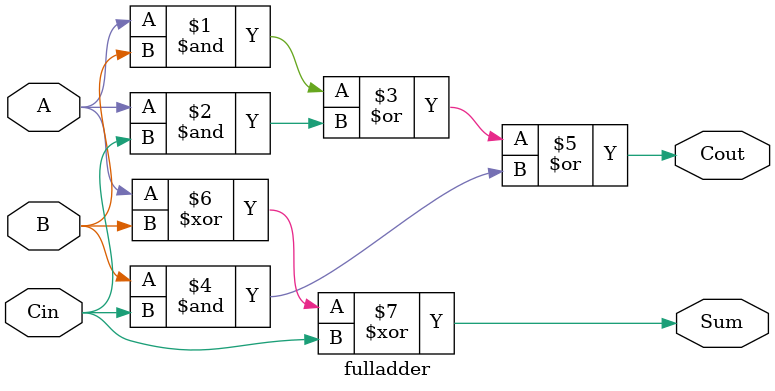
<source format=v>
module fulladder(Cout,Sum,Cin,A,B);
    input A,B,Cin;
    output Cout,Sum;

    assign Cout = (A&B)|(A&Cin)|(B&Cin);
    assign Sum = A^B^Cin;

endmodule

</source>
